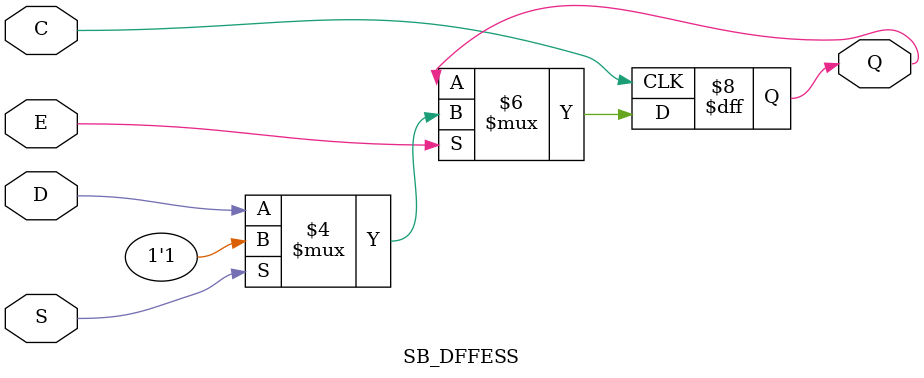
<source format=v>
module SB_DFFESS (output Q, input C, E, S, D);
	reg Q = 0;
	always @(posedge C)
		if (E) begin
			if (S)
				Q <= 1;
			else
				Q <= D;
		end
endmodule

</source>
